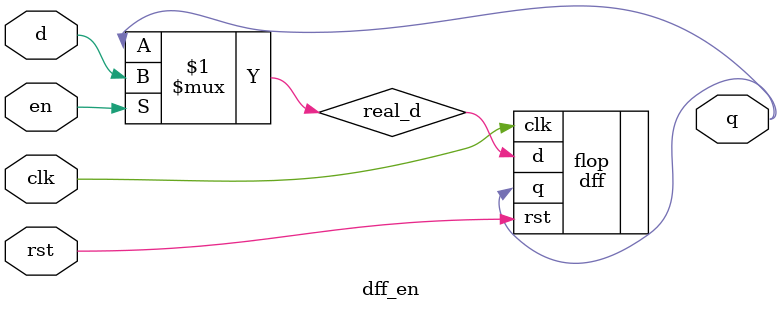
<source format=v>
module dff_en(q, d, en, clk, rst);
    input d;
    input en;
    input clk;
    input rst;
    output q;

    wire real_d;

    dff flop(.q(q), .d(real_d), .clk(clk), .rst(rst));

    assign real_d = en ? d : q;

endmodule
</source>
